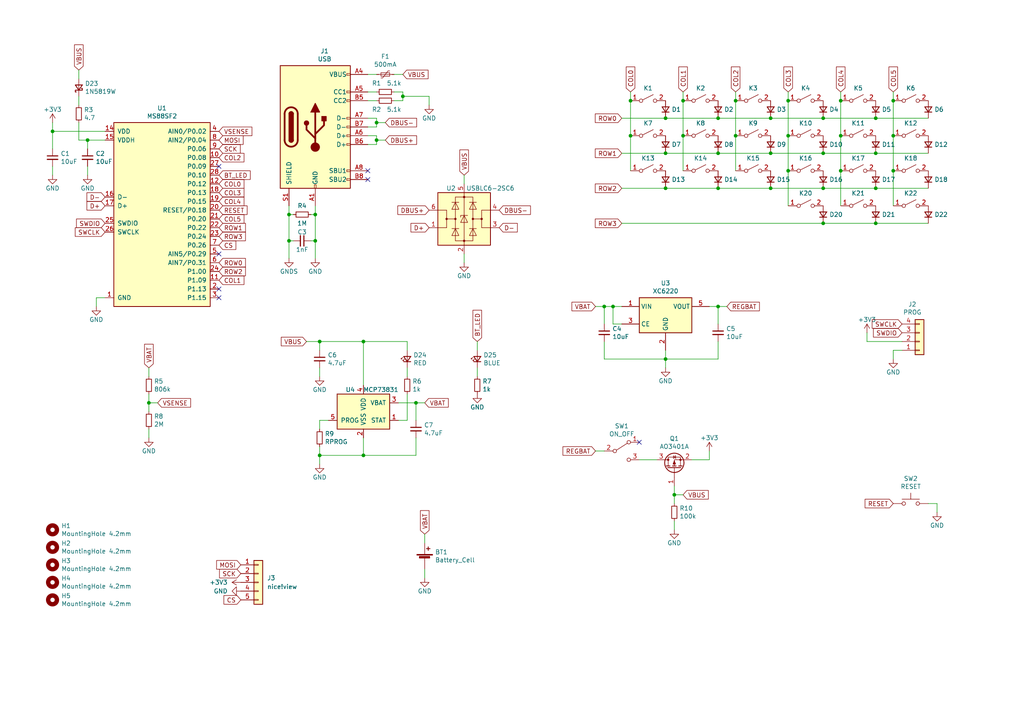
<source format=kicad_sch>
(kicad_sch (version 20211123) (generator eeschema)
  (paper "A4")
  (lib_symbols
    (symbol "Battery_Management:MCP73831-2-OT" (pin_names (offset 1.016))
      (property "Reference" "U" (at -7.62 6.35 0))
      (property "Value" "MCP73831-2-OT" (at 1.27 6.35 0))
      (symbol "MCP73831-2-OT_1_1"
        (pin output line (at 10.16 -2.54 180) (length 2.54) (name "STAT") (number "1"))
        (pin power_in line (at 0 -7.62 90) (length 2.54) (name "VSS") (number "2"))
        (pin power_out line (at 10.16 2.54 180) (length 2.54) (name "VBAT") (number "3"))
        (pin power_in line (at 0 7.62 270) (length 2.54) (name "VDD") (number "4"))
        (pin input line (at -10.16 -2.54 0) (length 2.54) (name "PROG") (number "5"))
      )
    )
    (symbol "Connector:USB_C_Receptacle_USB2.0" (pin_names (offset 1.016))
      (property "Reference" "J" (at -10.16 19.05 0))
      (property "Value" "USB_C_Receptacle_USB2.0" (at 19.05 19.05 0))
      (symbol "USB_C_Receptacle_USB2.0_1_1"
        (pin passive line (at 0 -22.86 90) (length 5.08) (name "GND") (number "A1"))
        (pin passive line (at 0 -22.86 90) (length 5.08) hide (name "GND") (number "A12"))
        (pin passive line (at 15.24 15.24 180) (length 5.08) (name "VBUS") (number "A4"))
        (pin bidirectional line (at 15.24 10.16 180) (length 5.08) (name "CC1") (number "A5"))
        (pin bidirectional line (at 15.24 -2.54 180) (length 5.08) (name "D+") (number "A6"))
        (pin bidirectional line (at 15.24 2.54 180) (length 5.08) (name "D-") (number "A7"))
        (pin bidirectional line (at 15.24 -12.7 180) (length 5.08) (name "SBU1") (number "A8"))
        (pin passive line (at 15.24 15.24 180) (length 5.08) hide (name "VBUS") (number "A9"))
        (pin passive line (at 0 -22.86 90) (length 5.08) hide (name "GND") (number "B1"))
        (pin passive line (at 0 -22.86 90) (length 5.08) hide (name "GND") (number "B12"))
        (pin passive line (at 15.24 15.24 180) (length 5.08) hide (name "VBUS") (number "B4"))
        (pin bidirectional line (at 15.24 7.62 180) (length 5.08) (name "CC2") (number "B5"))
        (pin bidirectional line (at 15.24 -5.08 180) (length 5.08) (name "D+") (number "B6"))
        (pin bidirectional line (at 15.24 0 180) (length 5.08) (name "D-") (number "B7"))
        (pin bidirectional line (at 15.24 -15.24 180) (length 5.08) (name "SBU2") (number "B8"))
        (pin passive line (at 15.24 15.24 180) (length 5.08) hide (name "VBUS") (number "B9"))
        (pin passive line (at -7.62 -22.86 90) (length 5.08) (name "SHIELD") (number "S1"))
      )
    )
    (symbol "Connector_Generic:Conn_01x04" (pin_names (offset 1.016) hide)
      (property "Reference" "J" (at 0 5.08 0))
      (property "Value" "Conn_01x04" (at 0 -7.62 0))
      (symbol "Conn_01x04_1_1"
        (pin passive line (at -5.08 2.54 0) (length 3.81) (name "Pin_1") (number "1"))
        (pin passive line (at -5.08 0 0) (length 3.81) (name "Pin_2") (number "2"))
        (pin passive line (at -5.08 -2.54 0) (length 3.81) (name "Pin_3") (number "3"))
        (pin passive line (at -5.08 -5.08 0) (length 3.81) (name "Pin_4") (number "4"))
      )
    )
    (symbol "Connector_Generic:Conn_01x05" (pin_names (offset 1.016) hide)
      (property "Reference" "J" (at 0 7.62 0))
      (property "Value" "Conn_01x05" (at 0 -7.62 0))
      (symbol "Conn_01x05_1_1"
        (pin passive line (at -5.08 5.08 0) (length 3.81) (name "Pin_1") (number "1"))
        (pin passive line (at -5.08 2.54 0) (length 3.81) (name "Pin_2") (number "2"))
        (pin passive line (at -5.08 0 0) (length 3.81) (name "Pin_3") (number "3"))
        (pin passive line (at -5.08 -2.54 0) (length 3.81) (name "Pin_4") (number "4"))
        (pin passive line (at -5.08 -5.08 0) (length 3.81) (name "Pin_5") (number "5"))
      )
    )
    (symbol "Device:Battery_Cell" (pin_numbers hide) (pin_names (offset 0) hide)
      (property "Reference" "BT" (at 2.54 2.54 0))
      (property "Value" "Battery_Cell" (at 2.54 0 0))
      (symbol "Battery_Cell_1_1"
        (pin passive line (at 0 5.08 270) (length 2.54) (name "+") (number "1"))
        (pin passive line (at 0 -2.54 90) (length 2.54) (name "-") (number "2"))
      )
    )
    (symbol "Device:C_Small" (pin_numbers hide) (pin_names (offset 0.254) hide)
      (property "Reference" "C" (at 0.254 1.778 0))
      (property "Value" "C_Small" (at 0.254 -2.032 0))
      (symbol "C_Small_1_1"
        (pin passive line (at 0 2.54 270) (length 2.032) (name "~") (number "1"))
        (pin passive line (at 0 -2.54 90) (length 2.032) (name "~") (number "2"))
      )
    )
    (symbol "Device:D_Schottky_Small" (pin_numbers hide) (pin_names (offset 0.254) hide)
      (property "Reference" "D" (at -1.27 2.032 0))
      (property "Value" "D_Schottky_Small" (at -7.112 -2.032 0))
      (symbol "D_Schottky_Small_1_1"
        (pin passive line (at -2.54 0 0) (length 1.778) (name "K") (number "1"))
        (pin passive line (at 2.54 0 180) (length 1.778) (name "A") (number "2"))
      )
    )
    (symbol "Device:D_Small" (pin_numbers hide) (pin_names (offset 0.254) hide)
      (property "Reference" "D" (at -1.27 2.032 0))
      (property "Value" "D_Small" (at -3.81 -2.032 0))
      (symbol "D_Small_1_1"
        (pin passive line (at -2.54 0 0) (length 1.778) (name "K") (number "1"))
        (pin passive line (at 2.54 0 180) (length 1.778) (name "A") (number "2"))
      )
    )
    (symbol "Device:LED_Small" (pin_numbers hide) (pin_names (offset 0.254) hide)
      (property "Reference" "D" (at -1.27 3.175 0))
      (property "Value" "LED_Small" (at -4.445 -2.54 0))
      (symbol "LED_Small_1_1"
        (pin passive line (at -2.54 0 0) (length 1.778) (name "K") (number "1"))
        (pin passive line (at 2.54 0 180) (length 1.778) (name "A") (number "2"))
      )
    )
    (symbol "Device:Polyfuse_Small" (pin_numbers hide) (pin_names (offset 0))
      (property "Reference" "F" (at -1.905 0 90))
      (property "Value" "Polyfuse_Small" (at 1.905 0 90))
      (symbol "Polyfuse_Small_1_1"
        (pin passive line (at 0 2.54 270) (length 0.635) (name "~") (number "1"))
        (pin passive line (at 0 -2.54 90) (length 0.635) (name "~") (number "2"))
      )
    )
    (symbol "Device:R_Small" (pin_numbers hide) (pin_names (offset 0.254) hide)
      (property "Reference" "R" (at 0.762 0.508 0))
      (property "Value" "R_Small" (at 0.762 -1.016 0))
      (symbol "R_Small_1_1"
        (pin passive line (at 0 2.54 270) (length 0.762) (name "~") (number "1"))
        (pin passive line (at 0 -2.54 90) (length 0.762) (name "~") (number "2"))
      )
    )
    (symbol "Mechanical:MountingHole" (pin_names (offset 1.016))
      (property "Reference" "H" (at 0 5.08 0))
      (property "Value" "MountingHole" (at 0 3.175 0))
    )
    (symbol "Power_Protection:USBLC6-2SC6" (pin_names hide)
      (property "Reference" "U" (at 2.54 8.89 0))
      (property "Value" "USBLC6-2SC6" (at 2.54 -8.89 0))
      (symbol "USBLC6-2SC6_1_1"
        (pin passive line (at -10.16 -2.54 0) (length 2.54) (name "I/O1") (number "1"))
        (pin passive line (at 0 -10.16 90) (length 2.54) (name "GND") (number "2"))
        (pin passive line (at 10.16 -2.54 180) (length 2.54) (name "I/O2") (number "3"))
        (pin passive line (at 10.16 2.54 180) (length 2.54) (name "I/O2") (number "4"))
        (pin passive line (at 0 10.16 270) (length 2.54) (name "VBUS") (number "5"))
        (pin passive line (at -10.16 2.54 0) (length 2.54) (name "I/O1") (number "6"))
      )
    )
    (symbol "Regulator_Linear:XC6220B331MR"
      (property "Reference" "U" (at 0 8.89 0))
      (property "Value" "XC6220B331MR" (at 0 6.35 0))
      (symbol "XC6220B331MR_1_1"
        (pin power_in line (at -12.7 2.54 0) (length 5.08) (name "VIN") (number "1"))
        (pin power_in line (at 0 -10.16 90) (length 5.08) (name "GND") (number "2"))
        (pin input line (at -12.7 -2.54 0) (length 5.08) (name "CE") (number "3"))
        (pin no_connect line (at 12.7 -2.54 180) (length 5.08) hide (name "NC") (number "4"))
        (pin power_out line (at 12.7 2.54 180) (length 5.08) (name "VOUT") (number "5"))
      )
    )
    (symbol "Switch:SW_Push" (pin_numbers hide) (pin_names (offset 1.016) hide)
      (property "Reference" "SW" (at 1.27 2.54 0))
      (property "Value" "SW_Push" (at 0 -1.524 0))
      (symbol "SW_Push_0_1"
        (pin passive line (at -5.08 0 0) (length 2.54) (name "1") (number "1"))
        (pin passive line (at 5.08 0 180) (length 2.54) (name "2") (number "2"))
      )
    )
    (symbol "Switch:SW_SPDT" (pin_names (offset 0) hide)
      (property "Reference" "SW" (at 0 4.318 0))
      (property "Value" "SW_SPDT" (at 0 -5.08 0))
      (symbol "SW_SPDT_1_1"
        (pin passive line (at 5.08 2.54 180) (length 2.54) (name "A") (number "1"))
        (pin passive line (at -5.08 0 0) (length 2.54) (name "B") (number "2"))
        (pin passive line (at 5.08 -2.54 180) (length 2.54) (name "C") (number "3"))
      )
    )
    (symbol "Transistor_FET:AO3401A" (pin_names hide)
      (property "Reference" "Q" (at 5.08 1.905 0))
      (property "Value" "AO3401A" (at 5.08 0 0))
      (symbol "AO3401A_1_1"
        (pin input line (at -5.08 0 0) (length 2.54) (name "G") (number "1"))
        (pin passive line (at 2.54 -5.08 90) (length 2.54) (name "S") (number "2"))
        (pin passive line (at 2.54 5.08 270) (length 2.54) (name "D") (number "3"))
      )
    )
    (symbol "dao-choc-ble:KEY_SWITCH" (pin_names (offset 0) hide)
      (property "Reference" "K" (at 0 3.175 0))
      (symbol "KEY_SWITCH_1_1"
        (pin passive line (at -5.08 0 0) (length 2.54) (name "A") (number "1"))
        (pin passive line (at 5.08 0 180) (length 2.54) (name "B") (number "2"))
      )
    )
    (symbol "dao-choc-ble:MS88SF2" (pin_names (offset 1.016))
      (property "Reference" "U" (at 0 27.94 0))
      (property "Value" "MS88SF2" (at 0 -27.94 0))
      (symbol "MS88SF2_0_0"
        (pin bidirectional line (at -16.51 -24.13 0) (length 2.54) (name "GND") (number "1"))
        (pin bidirectional line (at 16.51 16.51 180) (length 2.54) (name "P0.08") (number "10"))
        (pin bidirectional line (at 16.51 -19.05 180) (length 2.54) (name "P1.09") (number "11"))
        (pin bidirectional line (at 16.51 8.89 180) (length 2.54) (name "P0.12") (number "12"))
        (pin bidirectional line (at -16.51 -24.13 0) (length 2.54) hide (name "GND") (number "13"))
        (pin bidirectional line (at -16.51 24.13 0) (length 2.54) (name "VDD") (number "14"))
        (pin bidirectional line (at -16.51 21.59 0) (length 2.54) (name "VDDH") (number "15"))
        (pin bidirectional line (at -16.51 5.08 0) (length 2.54) (name "D-") (number "16"))
        (pin bidirectional line (at -16.51 2.54 0) (length 2.54) (name "D+") (number "17"))
        (pin bidirectional line (at 16.51 6.35 180) (length 2.54) (name "P0.13") (number "18"))
        (pin bidirectional line (at 16.51 3.81 180) (length 2.54) (name "P0.15") (number "19"))
        (pin bidirectional line (at 16.51 -21.59 180) (length 2.54) (name "P1.13") (number "2"))
        (pin bidirectional line (at 16.51 1.27 180) (length 2.54) (name "RESET/P0.18") (number "20"))
        (pin bidirectional line (at 16.51 -1.27 180) (length 2.54) (name "P0.20") (number "21"))
        (pin bidirectional line (at 16.51 -3.81 180) (length 2.54) (name "P0.22") (number "22"))
        (pin bidirectional line (at 16.51 -6.35 180) (length 2.54) (name "P0.24") (number "23"))
        (pin bidirectional line (at 16.51 -16.51 180) (length 2.54) (name "P1.00") (number "24"))
        (pin bidirectional line (at -16.51 -2.54 0) (length 2.54) (name "SWDIO") (number "25"))
        (pin bidirectional line (at -16.51 -5.08 0) (length 2.54) (name "SWCLK") (number "26"))
        (pin bidirectional line (at 16.51 13.97 180) (length 2.54) (name "P0.09") (number "27"))
        (pin bidirectional line (at 16.51 11.43 180) (length 2.54) (name "P0.10") (number "28"))
        (pin bidirectional line (at 16.51 -24.13 180) (length 2.54) (name "P1.15") (number "3"))
        (pin bidirectional line (at 16.51 24.13 180) (length 2.54) (name "AIN0/P0.02") (number "4"))
        (pin bidirectional line (at 16.51 -11.43 180) (length 2.54) (name "AIN5/P0.29") (number "5"))
        (pin bidirectional line (at 16.51 -13.97 180) (length 2.54) (name "AIN7/P0.31") (number "6"))
        (pin bidirectional line (at 16.51 -8.89 180) (length 2.54) (name "P0.26") (number "7"))
        (pin bidirectional line (at 16.51 21.59 180) (length 2.54) (name "AIN2/P0.04") (number "8"))
        (pin bidirectional line (at 16.51 19.05 180) (length 2.54) (name "P0.06") (number "9"))
      )
    )
    (symbol "power:+3V3" (power) (pin_names (offset 0))
      (property "Value" "+3V3" (at 0 3.556 0))
      (symbol "+3V3_1_1"
        (pin power_in line (at 0 0 90) (length 0) hide (name "+3V3") (number "1"))
      )
    )
    (symbol "power:GND" (power) (pin_names (offset 0))
      (property "Value" "GND" (at 0 -3.81 0))
      (symbol "GND_1_1"
        (pin power_in line (at 0 0 270) (length 0) hide (name "GND") (number "1"))
      )
    )
    (symbol "power:GNDS" (power) (pin_names (offset 0))
      (property "Value" "GNDS" (at 0 -3.81 0))
      (symbol "GNDS_1_1"
        (pin power_in line (at 0 0 270) (length 0) hide (name "GNDS") (number "1"))
      )
    )
  )
  (junction (at 208.28 44.45))
  (junction (at 91.44 62.23))
  (junction (at 193.04 34.29))
  (junction (at 243.84 49.53))
  (junction (at 238.76 44.45))
  (junction (at 223.52 54.61))
  (junction (at 193.04 104.14))
  (junction (at 177.8 88.9))
  (junction (at 83.82 62.23))
  (junction (at 105.41 132.08))
  (junction (at 238.76 64.77))
  (junction (at 198.12 29.21))
  (junction (at 193.04 44.45))
  (junction (at 25.4 40.64))
  (junction (at 223.52 34.29))
  (junction (at 254 64.77))
  (junction (at 254 34.29))
  (junction (at 120.65 116.84))
  (junction (at 182.88 39.37))
  (junction (at 15.24 38.1))
  (junction (at 109.22 40.64))
  (junction (at 92.71 99.06))
  (junction (at 228.6 39.37))
  (junction (at 243.84 39.37))
  (junction (at 208.28 88.9))
  (junction (at 175.26 88.9))
  (junction (at 193.04 54.61))
  (junction (at 259.08 29.21))
  (junction (at 182.88 29.21))
  (junction (at 213.36 29.21))
  (junction (at 238.76 34.29))
  (junction (at 208.28 54.61))
  (junction (at 198.12 39.37))
  (junction (at 238.76 54.61))
  (junction (at 254 54.61))
  (junction (at 43.18 116.84))
  (junction (at 195.58 143.51))
  (junction (at 213.36 39.37))
  (junction (at 223.52 44.45))
  (junction (at 83.82 69.85))
  (junction (at 92.71 132.08))
  (junction (at 243.84 29.21))
  (junction (at 208.28 34.29))
  (junction (at 228.6 29.21))
  (junction (at 91.44 69.85))
  (junction (at 259.08 49.53))
  (junction (at 105.41 99.06))
  (junction (at 228.6 49.53))
  (junction (at 116.84 27.94))
  (junction (at 254 44.45))
  (junction (at 109.22 35.56))
  (junction (at 259.08 39.37))
  (no_connect (at 63.5 73.66))
  (no_connect (at 106.68 52.07))
  (no_connect (at 106.68 49.53))
  (no_connect (at 63.5 83.82))
  (no_connect (at 63.5 86.36))
  (no_connect (at 185.42 128.27))
  (no_connect (at 63.5 48.26))
  (wire (pts (xy 238.76 44.45) (xy 223.52 44.45)))
  (wire (pts (xy 120.65 116.84) (xy 120.65 121.92)))
  (wire (pts (xy 15.24 35.56) (xy 15.24 38.1)))
  (wire (pts (xy 238.76 54.61) (xy 223.52 54.61)))
  (wire (pts (xy 193.04 104.14) (xy 175.26 104.14)))
  (wire (pts (xy 243.84 39.37) (xy 243.84 29.21)))
  (wire (pts (xy 106.68 21.59) (xy 109.22 21.59)))
  (wire (pts (xy 106.68 34.29) (xy 109.22 34.29)))
  (wire (pts (xy 175.26 104.14) (xy 175.26 99.06)))
  (wire (pts (xy 193.04 101.6) (xy 193.04 104.14)))
  (wire (pts (xy 251.46 99.06) (xy 261.62 99.06)))
  (wire (pts (xy 91.44 62.23) (xy 91.44 69.85)))
  (wire (pts (xy 259.08 101.6) (xy 259.08 104.14)))
  (wire (pts (xy 243.84 49.53) (xy 243.84 39.37)))
  (wire (pts (xy 182.88 39.37) (xy 182.88 29.21)))
  (wire (pts (xy 259.08 29.21) (xy 259.08 26.67)))
  (wire (pts (xy 105.41 132.08) (xy 120.65 132.08)))
  (wire (pts (xy 205.74 133.35) (xy 205.74 130.81)))
  (wire (pts (xy 182.88 29.21) (xy 182.88 26.67)))
  (wire (pts (xy 269.24 64.77) (xy 254 64.77)))
  (wire (pts (xy 228.6 59.69) (xy 228.6 49.53)))
  (wire (pts (xy 15.24 38.1) (xy 15.24 43.18)))
  (wire (pts (xy 114.3 26.67) (xy 116.84 26.67)))
  (wire (pts (xy 105.41 132.08) (xy 92.71 132.08)))
  (wire (pts (xy 180.34 64.77) (xy 238.76 64.77)))
  (wire (pts (xy 213.36 39.37) (xy 213.36 29.21)))
  (wire (pts (xy 114.3 21.59) (xy 116.84 21.59)))
  (wire (pts (xy 261.62 101.6) (xy 259.08 101.6)))
  (wire (pts (xy 106.68 36.83) (xy 109.22 36.83)))
  (wire (pts (xy 134.62 73.66) (xy 134.62 76.2)))
  (wire (pts (xy 83.82 69.85) (xy 83.82 74.93)))
  (wire (pts (xy 25.4 40.64) (xy 25.4 43.18)))
  (wire (pts (xy 91.44 62.23) (xy 90.17 62.23)))
  (wire (pts (xy 254 34.29) (xy 238.76 34.29)))
  (wire (pts (xy 22.86 30.48) (xy 22.86 27.94)))
  (wire (pts (xy 223.52 34.29) (xy 208.28 34.29)))
  (wire (pts (xy 177.8 93.98) (xy 177.8 88.9)))
  (wire (pts (xy 259.08 59.69) (xy 259.08 49.53)))
  (wire (pts (xy 109.22 40.64) (xy 109.22 41.91)))
  (wire (pts (xy 120.65 116.84) (xy 123.19 116.84)))
  (wire (pts (xy 185.42 133.35) (xy 190.5 133.35)))
  (wire (pts (xy 91.44 59.69) (xy 91.44 62.23)))
  (wire (pts (xy 182.88 49.53) (xy 182.88 39.37)))
  (wire (pts (xy 228.6 39.37) (xy 228.6 29.21)))
  (wire (pts (xy 105.41 99.06) (xy 105.41 111.76)))
  (wire (pts (xy 208.28 44.45) (xy 193.04 44.45)))
  (wire (pts (xy 109.22 36.83) (xy 109.22 35.56)))
  (wire (pts (xy 271.78 146.05) (xy 271.78 148.59)))
  (wire (pts (xy 114.3 29.21) (xy 116.84 29.21)))
  (wire (pts (xy 116.84 27.94) (xy 116.84 29.21)))
  (wire (pts (xy 83.82 62.23) (xy 83.82 69.85)))
  (wire (pts (xy 106.68 26.67) (xy 109.22 26.67)))
  (wire (pts (xy 118.11 121.92) (xy 118.11 114.3)))
  (wire (pts (xy 208.28 54.61) (xy 193.04 54.61)))
  (wire (pts (xy 243.84 29.21) (xy 243.84 26.67)))
  (wire (pts (xy 43.18 119.38) (xy 43.18 116.84)))
  (wire (pts (xy 193.04 54.61) (xy 180.34 54.61)))
  (wire (pts (xy 138.43 106.68) (xy 138.43 109.22)))
  (wire (pts (xy 254 54.61) (xy 238.76 54.61)))
  (wire (pts (xy 208.28 88.9) (xy 208.28 93.98)))
  (wire (pts (xy 208.28 99.06) (xy 208.28 104.14)))
  (wire (pts (xy 175.26 88.9) (xy 175.26 93.98)))
  (wire (pts (xy 83.82 62.23) (xy 85.09 62.23)))
  (wire (pts (xy 116.84 27.94) (xy 124.46 27.94)))
  (wire (pts (xy 175.26 88.9) (xy 172.72 88.9)))
  (wire (pts (xy 30.48 38.1) (xy 15.24 38.1)))
  (wire (pts (xy 92.71 129.54) (xy 92.71 132.08)))
  (wire (pts (xy 45.72 116.84) (xy 43.18 116.84)))
  (wire (pts (xy 269.24 44.45) (xy 254 44.45)))
  (wire (pts (xy 198.12 49.53) (xy 198.12 39.37)))
  (wire (pts (xy 193.04 44.45) (xy 180.34 44.45)))
  (wire (pts (xy 193.04 34.29) (xy 180.34 34.29)))
  (wire (pts (xy 92.71 106.68) (xy 92.71 109.22)))
  (wire (pts (xy 259.08 39.37) (xy 259.08 29.21)))
  (wire (pts (xy 238.76 34.29) (xy 223.52 34.29)))
  (wire (pts (xy 88.9 99.06) (xy 92.71 99.06)))
  (wire (pts (xy 109.22 39.37) (xy 109.22 40.64)))
  (wire (pts (xy 254 64.77) (xy 238.76 64.77)))
  (wire (pts (xy 83.82 59.69) (xy 83.82 62.23)))
  (wire (pts (xy 223.52 54.61) (xy 208.28 54.61)))
  (wire (pts (xy 208.28 88.9) (xy 210.82 88.9)))
  (wire (pts (xy 195.58 140.97) (xy 195.58 143.51)))
  (wire (pts (xy 269.24 34.29) (xy 254 34.29)))
  (wire (pts (xy 43.18 109.22) (xy 43.18 106.68)))
  (wire (pts (xy 269.24 146.05) (xy 271.78 146.05)))
  (wire (pts (xy 254 44.45) (xy 238.76 44.45)))
  (wire (pts (xy 106.68 39.37) (xy 109.22 39.37)))
  (wire (pts (xy 105.41 127) (xy 105.41 132.08)))
  (wire (pts (xy 123.19 154.94) (xy 123.19 157.48)))
  (wire (pts (xy 243.84 59.69) (xy 243.84 49.53)))
  (wire (pts (xy 116.84 26.67) (xy 116.84 27.94)))
  (wire (pts (xy 115.57 121.92) (xy 118.11 121.92)))
  (wire (pts (xy 92.71 99.06) (xy 105.41 99.06)))
  (wire (pts (xy 251.46 99.06) (xy 251.46 96.52)))
  (wire (pts (xy 43.18 116.84) (xy 43.18 114.3)))
  (wire (pts (xy 195.58 143.51) (xy 195.58 146.05)))
  (wire (pts (xy 134.62 53.34) (xy 134.62 50.8)))
  (wire (pts (xy 91.44 69.85) (xy 90.17 69.85)))
  (wire (pts (xy 109.22 41.91) (xy 106.68 41.91)))
  (wire (pts (xy 95.25 121.92) (xy 92.71 121.92)))
  (wire (pts (xy 138.43 101.6) (xy 138.43 99.06)))
  (wire (pts (xy 118.11 99.06) (xy 105.41 99.06)))
  (wire (pts (xy 180.34 88.9) (xy 177.8 88.9)))
  (wire (pts (xy 208.28 34.29) (xy 193.04 34.29)))
  (wire (pts (xy 269.24 54.61) (xy 254 54.61)))
  (wire (pts (xy 118.11 101.6) (xy 118.11 99.06)))
  (wire (pts (xy 120.65 127) (xy 120.65 132.08)))
  (wire (pts (xy 109.22 35.56) (xy 109.22 34.29)))
  (wire (pts (xy 109.22 40.64) (xy 111.76 40.64)))
  (wire (pts (xy 228.6 29.21) (xy 228.6 26.67)))
  (wire (pts (xy 259.08 49.53) (xy 259.08 39.37)))
  (wire (pts (xy 213.36 29.21) (xy 213.36 26.67)))
  (wire (pts (xy 200.66 133.35) (xy 205.74 133.35)))
  (wire (pts (xy 228.6 49.53) (xy 228.6 39.37)))
  (wire (pts (xy 172.72 130.81) (xy 175.26 130.81)))
  (wire (pts (xy 92.71 121.92) (xy 92.71 124.46)))
  (wire (pts (xy 25.4 48.26) (xy 25.4 50.8)))
  (wire (pts (xy 27.94 86.36) (xy 27.94 88.9)))
  (wire (pts (xy 15.24 48.26) (xy 15.24 50.8)))
  (wire (pts (xy 91.44 69.85) (xy 91.44 74.93)))
  (wire (pts (xy 123.19 165.1) (xy 123.19 167.64)))
  (wire (pts (xy 208.28 104.14) (xy 193.04 104.14)))
  (wire (pts (xy 213.36 49.53) (xy 213.36 39.37)))
  (wire (pts (xy 43.18 124.46) (xy 43.18 127)))
  (wire (pts (xy 193.04 104.14) (xy 193.04 106.68)))
  (wire (pts (xy 198.12 29.21) (xy 198.12 26.67)))
  (wire (pts (xy 92.71 101.6) (xy 92.71 99.06)))
  (wire (pts (xy 25.4 40.64) (xy 22.86 40.64)))
  (wire (pts (xy 118.11 109.22) (xy 118.11 106.68)))
  (wire (pts (xy 198.12 39.37) (xy 198.12 29.21)))
  (wire (pts (xy 195.58 151.13) (xy 195.58 153.67)))
  (wire (pts (xy 124.46 27.94) (xy 124.46 30.48)))
  (wire (pts (xy 205.74 88.9) (xy 208.28 88.9)))
  (wire (pts (xy 25.4 40.64) (xy 30.48 40.64)))
  (wire (pts (xy 106.68 29.21) (xy 109.22 29.21)))
  (wire (pts (xy 22.86 35.56) (xy 22.86 40.64)))
  (wire (pts (xy 109.22 35.56) (xy 111.76 35.56)))
  (wire (pts (xy 223.52 44.45) (xy 208.28 44.45)))
  (wire (pts (xy 175.26 88.9) (xy 177.8 88.9)))
  (wire (pts (xy 22.86 22.86) (xy 22.86 20.32)))
  (wire (pts (xy 180.34 93.98) (xy 177.8 93.98)))
  (wire (pts (xy 30.48 86.36) (xy 27.94 86.36)))
  (wire (pts (xy 195.58 143.51) (xy 198.12 143.51)))
  (wire (pts (xy 115.57 116.84) (xy 120.65 116.84)))
  (wire (pts (xy 83.82 69.85) (xy 85.09 69.85)))
  (wire (pts (xy 92.71 134.62) (xy 92.71 132.08)))
  (global_label "D+" (shape input) (at 124.46 66.04 180) (property "Intersheet References" "${INTERSHEET_REFS}" (effects hide)))
  (global_label "COL0" (shape input) (at 182.88 26.67 90) (property "Intersheet References" "${INTERSHEET_REFS}" (effects hide)))
  (global_label "VBUS" (shape input) (at 88.9 99.06 180) (property "Intersheet References" "${INTERSHEET_REFS}" (effects hide)))
  (global_label "SWDIO" (shape input) (at 261.62 96.52 180) (property "Intersheet References" "${INTERSHEET_REFS}" (effects hide)))
  (global_label "VBAT" (shape input) (at 123.19 154.94 90) (property "Intersheet References" "${INTERSHEET_REFS}" (effects hide)))
  (global_label "COL3" (shape input) (at 228.6 26.67 90) (property "Intersheet References" "${INTERSHEET_REFS}" (effects hide)))
  (global_label "D-" (shape input) (at 144.78 66.04 0) (property "Intersheet References" "${INTERSHEET_REFS}" (effects hide)))
  (global_label "VBUS" (shape input) (at 22.86 20.32 90) (property "Intersheet References" "${INTERSHEET_REFS}" (effects hide)))
  (global_label "VBUS" (shape input) (at 198.12 143.51 0) (property "Intersheet References" "${INTERSHEET_REFS}" (effects hide)))
  (global_label "SWCLK" (shape input) (at 261.62 93.98 180) (property "Intersheet References" "${INTERSHEET_REFS}" (effects hide)))
  (global_label "SCK" (shape input) (at 69.85 166.37 180) (property "Intersheet References" "${INTERSHEET_REFS}" (effects hide)))
  (global_label "RESET" (shape input) (at 259.08 146.05 180) (property "Intersheet References" "${INTERSHEET_REFS}" (effects hide)))
  (global_label "DBUS-" (shape input) (at 144.78 60.96 0) (property "Intersheet References" "${INTERSHEET_REFS}" (effects hide)))
  (global_label "REGBAT" (shape input) (at 210.82 88.9 0) (property "Intersheet References" "${INTERSHEET_REFS}" (effects hide)))
  (global_label "COL4" (shape input) (at 243.84 26.67 90) (property "Intersheet References" "${INTERSHEET_REFS}" (effects hide)))
  (global_label "BT_LED" (shape input) (at 138.43 99.06 90) (property "Intersheet References" "${INTERSHEET_REFS}" (effects hide)))
  (global_label "ROW0" (shape input) (at 180.34 34.29 180) (property "Intersheet References" "${INTERSHEET_REFS}" (effects hide)))
  (global_label "ROW2" (shape input) (at 180.34 54.61 180) (property "Intersheet References" "${INTERSHEET_REFS}" (effects hide)))
  (global_label "ROW3" (shape input) (at 180.34 64.77 180) (property "Intersheet References" "${INTERSHEET_REFS}" (effects hide)))
  (global_label "COL5" (shape input) (at 259.08 26.67 90) (property "Intersheet References" "${INTERSHEET_REFS}" (effects hide)))
  (global_label "MOSI" (shape input) (at 69.85 163.83 180) (property "Intersheet References" "${INTERSHEET_REFS}" (effects hide)))
  (global_label "COL2" (shape input) (at 63.5 45.72 0) (property "Intersheet References" "${INTERSHEET_REFS}" (effects hide)))
  (global_label "COL5" (shape input) (at 63.5 63.5 0) (property "Intersheet References" "${INTERSHEET_REFS}" (effects hide)))
  (global_label "VBAT" (shape input) (at 172.72 88.9 180) (property "Intersheet References" "${INTERSHEET_REFS}" (effects hide)))
  (global_label "D+" (shape input) (at 30.48 59.69 180) (property "Intersheet References" "${INTERSHEET_REFS}" (effects hide)))
  (global_label "VSENSE" (shape input) (at 45.72 116.84 0) (property "Intersheet References" "${INTERSHEET_REFS}" (effects hide)))
  (global_label "DBUS-" (shape input) (at 111.76 35.56 0) (property "Intersheet References" "${INTERSHEET_REFS}" (effects hide)))
  (global_label "VSENSE" (shape input) (at 63.5 38.1 0) (property "Intersheet References" "${INTERSHEET_REFS}" (effects hide)))
  (global_label "REGBAT" (shape input) (at 172.72 130.81 180) (property "Intersheet References" "${INTERSHEET_REFS}" (effects hide)))
  (global_label "ROW3" (shape input) (at 63.5 68.58 0) (property "Intersheet References" "${INTERSHEET_REFS}" (effects hide)))
  (global_label "ROW1" (shape input) (at 180.34 44.45 180) (property "Intersheet References" "${INTERSHEET_REFS}" (effects hide)))
  (global_label "ROW0" (shape input) (at 63.5 76.2 0) (property "Intersheet References" "${INTERSHEET_REFS}" (effects hide)))
  (global_label "ROW2" (shape input) (at 63.5 78.74 0) (property "Intersheet References" "${INTERSHEET_REFS}" (effects hide)))
  (global_label "VBAT" (shape input) (at 43.18 106.68 90) (property "Intersheet References" "${INTERSHEET_REFS}" (effects hide)))
  (global_label "BT_LED" (shape input) (at 63.5 50.8 0) (property "Intersheet References" "${INTERSHEET_REFS}" (effects hide)))
  (global_label "MOSI" (shape input) (at 63.5 40.64 0) (property "Intersheet References" "${INTERSHEET_REFS}" (effects hide)))
  (global_label "COL3" (shape input) (at 63.5 55.88 0) (property "Intersheet References" "${INTERSHEET_REFS}" (effects hide)))
  (global_label "VBUS" (shape input) (at 116.84 21.59 0) (property "Intersheet References" "${INTERSHEET_REFS}" (effects hide)))
  (global_label "COL2" (shape input) (at 213.36 26.67 90) (property "Intersheet References" "${INTERSHEET_REFS}" (effects hide)))
  (global_label "DBUS+" (shape input) (at 124.46 60.96 180) (property "Intersheet References" "${INTERSHEET_REFS}" (effects hide)))
  (global_label "CS" (shape input) (at 69.85 173.99 180) (property "Intersheet References" "${INTERSHEET_REFS}" (effects hide)))
  (global_label "COL0" (shape input) (at 63.5 53.34 0) (property "Intersheet References" "${INTERSHEET_REFS}" (effects hide)))
  (global_label "DBUS+" (shape input) (at 111.76 40.64 0) (property "Intersheet References" "${INTERSHEET_REFS}" (effects hide)))
  (global_label "COL1" (shape input) (at 63.5 81.28 0) (property "Intersheet References" "${INTERSHEET_REFS}" (effects hide)))
  (global_label "D-" (shape input) (at 30.48 57.15 180) (property "Intersheet References" "${INTERSHEET_REFS}" (effects hide)))
  (global_label "SCK" (shape input) (at 63.5 43.18 0) (property "Intersheet References" "${INTERSHEET_REFS}" (effects hide)))
  (global_label "CS" (shape input) (at 63.5 71.12 0) (property "Intersheet References" "${INTERSHEET_REFS}" (effects hide)))
  (global_label "VBAT" (shape input) (at 123.19 116.84 0) (property "Intersheet References" "${INTERSHEET_REFS}" (effects hide)))
  (global_label "VBUS" (shape input) (at 134.62 50.8 90) (property "Intersheet References" "${INTERSHEET_REFS}" (effects hide)))
  (global_label "COL1" (shape input) (at 198.12 26.67 90) (property "Intersheet References" "${INTERSHEET_REFS}" (effects hide)))
  (global_label "SWCLK" (shape input) (at 30.48 67.31 180) (property "Intersheet References" "${INTERSHEET_REFS}" (effects hide)))
  (global_label "SWDIO" (shape input) (at 30.48 64.77 180) (property "Intersheet References" "${INTERSHEET_REFS}" (effects hide)))
  (global_label "RESET" (shape input) (at 63.5 60.96 0) (property "Intersheet References" "${INTERSHEET_REFS}" (effects hide)))
  (global_label "ROW1" (shape input) (at 63.5 66.04 0) (property "Intersheet References" "${INTERSHEET_REFS}" (effects hide)))
  (global_label "COL4" (shape input) (at 63.5 58.42 0) (property "Intersheet References" "${INTERSHEET_REFS}" (effects hide)))
  (symbol (lib_id "dao-choc-ble:MS88SF2") (at 46.99 62.23 0) (unit 1)
    (property "Reference" "U1" (at 46.99 31.369 0))
    (property "Value" "MS88SF2" (at 46.99 33.6804 0))
    (property "Footprint" "dao-choc-ble:MINEW_MS88SF2" (effects hide))
  )
  (symbol (lib_id "dao-choc-ble:KEY_SWITCH") (at 187.96 29.21 0) (unit 1)
    (property "Reference" "K1" (at 187.96 25.5778 0))
    (property "Value" "KEY_SWITCH" (effects hide))
    (property "Footprint" "dao-choc-ble:Kailh_PG1350_hotswap" (effects hide))
  )
  (symbol (lib_id "Device:D_Small") (at 193.04 31.75 90) (unit 1)
    (property "Reference" "D1" (at 194.818 31.75 90) (effects (justify right)))
    (property "Value" "1N4148WS" (effects hide))
    (property "Footprint" "dao-choc-ble:D_SOD-323" (effects hide))
    (property "LCSC" "C57759" (effects hide))
  )
  (symbol (lib_id "dao-choc-ble:KEY_SWITCH") (at 203.2 29.21 0) (unit 1)
    (property "Reference" "K2" (at 203.2 25.5778 0))
    (property "Value" "KEY_SWITCH" (effects hide))
    (property "Footprint" "dao-choc-ble:Kailh_PG1350_hotswap" (effects hide))
  )
  (symbol (lib_id "Device:D_Small") (at 208.28 31.75 90) (unit 1)
    (property "Reference" "D2" (at 210.058 31.75 90) (effects (justify right)))
    (property "Value" "1N4148WS" (effects hide))
    (property "Footprint" "dao-choc-ble:D_SOD-323" (effects hide))
    (property "LCSC" "C57759" (effects hide))
  )
  (symbol (lib_id "dao-choc-ble:KEY_SWITCH") (at 218.44 29.21 0) (unit 1)
    (property "Reference" "K3" (at 218.44 25.5778 0))
    (property "Value" "KEY_SWITCH" (effects hide))
    (property "Footprint" "dao-choc-ble:Kailh_PG1350_hotswap" (effects hide))
  )
  (symbol (lib_id "Device:D_Small") (at 223.52 31.75 90) (unit 1)
    (property "Reference" "D3" (at 225.298 31.75 90) (effects (justify right)))
    (property "Value" "1N4148WS" (effects hide))
    (property "Footprint" "dao-choc-ble:D_SOD-323" (effects hide))
    (property "LCSC" "C57759" (effects hide))
  )
  (symbol (lib_id "dao-choc-ble:KEY_SWITCH") (at 233.68 29.21 0) (unit 1)
    (property "Reference" "K4" (at 233.68 25.5778 0))
    (property "Value" "KEY_SWITCH" (effects hide))
    (property "Footprint" "dao-choc-ble:Kailh_PG1350_hotswap" (effects hide))
  )
  (symbol (lib_id "Device:D_Small") (at 238.76 31.75 90) (unit 1)
    (property "Reference" "D4" (at 240.538 31.75 90) (effects (justify right)))
    (property "Value" "1N4148WS" (effects hide))
    (property "Footprint" "dao-choc-ble:D_SOD-323" (effects hide))
    (property "LCSC" "C57759" (effects hide))
  )
  (symbol (lib_id "dao-choc-ble:KEY_SWITCH") (at 248.92 29.21 0) (unit 1)
    (property "Reference" "K5" (at 248.92 25.5778 0))
    (property "Value" "KEY_SWITCH" (effects hide))
    (property "Footprint" "dao-choc-ble:Kailh_PG1350_hotswap" (effects hide))
  )
  (symbol (lib_id "Device:D_Small") (at 254 31.75 90) (unit 1)
    (property "Reference" "D5" (at 255.778 31.75 90) (effects (justify right)))
    (property "Value" "1N4148WS" (effects hide))
    (property "Footprint" "dao-choc-ble:D_SOD-323" (effects hide))
    (property "LCSC" "C57759" (effects hide))
  )
  (symbol (lib_id "dao-choc-ble:KEY_SWITCH") (at 264.16 29.21 0) (unit 1)
    (property "Reference" "K6" (at 264.16 25.5778 0))
    (property "Value" "KEY_SWITCH" (effects hide))
    (property "Footprint" "dao-choc-ble:Kailh_PG1350_hotswap" (effects hide))
  )
  (symbol (lib_id "Device:D_Small") (at 269.24 31.75 90) (unit 1)
    (property "Reference" "D6" (at 271.018 31.75 90) (effects (justify right)))
    (property "Value" "1N4148WS" (effects hide))
    (property "Footprint" "dao-choc-ble:D_SOD-323" (effects hide))
    (property "LCSC" "C57759" (effects hide))
  )
  (symbol (lib_id "dao-choc-ble:KEY_SWITCH") (at 187.96 39.37 0) (unit 1)
    (property "Reference" "K7" (at 187.96 35.7378 0))
    (property "Value" "KEY_SWITCH" (effects hide))
    (property "Footprint" "dao-choc-ble:Kailh_PG1350_hotswap" (effects hide))
  )
  (symbol (lib_id "Device:D_Small") (at 193.04 41.91 90) (unit 1)
    (property "Reference" "D7" (at 194.818 41.91 90) (effects (justify right)))
    (property "Value" "1N4148WS" (effects hide))
    (property "Footprint" "dao-choc-ble:D_SOD-323" (effects hide))
    (property "LCSC" "C57759" (effects hide))
  )
  (symbol (lib_id "dao-choc-ble:KEY_SWITCH") (at 203.2 39.37 0) (unit 1)
    (property "Reference" "K8" (at 203.2 35.7378 0))
    (property "Value" "KEY_SWITCH" (effects hide))
    (property "Footprint" "dao-choc-ble:Kailh_PG1350_hotswap" (effects hide))
  )
  (symbol (lib_id "Device:D_Small") (at 208.28 41.91 90) (unit 1)
    (property "Reference" "D8" (at 210.058 41.91 90) (effects (justify right)))
    (property "Value" "1N4148WS" (effects hide))
    (property "Footprint" "dao-choc-ble:D_SOD-323" (effects hide))
    (property "LCSC" "C57759" (effects hide))
  )
  (symbol (lib_id "dao-choc-ble:KEY_SWITCH") (at 218.44 39.37 0) (unit 1)
    (property "Reference" "K9" (at 218.44 35.7378 0))
    (property "Value" "KEY_SWITCH" (effects hide))
    (property "Footprint" "dao-choc-ble:Kailh_PG1350_hotswap" (effects hide))
  )
  (symbol (lib_id "Device:D_Small") (at 223.52 41.91 90) (unit 1)
    (property "Reference" "D9" (at 225.298 41.91 90) (effects (justify right)))
    (property "Value" "1N4148WS" (effects hide))
    (property "Footprint" "dao-choc-ble:D_SOD-323" (effects hide))
    (property "LCSC" "C57759" (effects hide))
  )
  (symbol (lib_id "dao-choc-ble:KEY_SWITCH") (at 233.68 39.37 0) (unit 1)
    (property "Reference" "K10" (at 233.68 35.7378 0))
    (property "Value" "KEY_SWITCH" (effects hide))
    (property "Footprint" "dao-choc-ble:Kailh_PG1350_hotswap" (effects hide))
  )
  (symbol (lib_id "Device:D_Small") (at 238.76 41.91 90) (unit 1)
    (property "Reference" "D10" (at 240.538 41.91 90) (effects (justify right)))
    (property "Value" "1N4148WS" (effects hide))
    (property "Footprint" "dao-choc-ble:D_SOD-323" (effects hide))
    (property "LCSC" "C57759" (effects hide))
  )
  (symbol (lib_id "dao-choc-ble:KEY_SWITCH") (at 248.92 39.37 0) (unit 1)
    (property "Reference" "K11" (at 248.92 35.7378 0))
    (property "Value" "KEY_SWITCH" (effects hide))
    (property "Footprint" "dao-choc-ble:Kailh_PG1350_hotswap" (effects hide))
  )
  (symbol (lib_id "Device:D_Small") (at 254 41.91 90) (unit 1)
    (property "Reference" "D11" (at 255.778 41.91 90) (effects (justify right)))
    (property "Value" "1N4148WS" (effects hide))
    (property "Footprint" "dao-choc-ble:D_SOD-323" (effects hide))
    (property "LCSC" "C57759" (effects hide))
  )
  (symbol (lib_id "dao-choc-ble:KEY_SWITCH") (at 264.16 39.37 0) (unit 1)
    (property "Reference" "K12" (at 264.16 35.7378 0))
    (property "Value" "KEY_SWITCH" (effects hide))
    (property "Footprint" "dao-choc-ble:Kailh_PG1350_hotswap" (effects hide))
  )
  (symbol (lib_id "Device:D_Small") (at 269.24 41.91 90) (unit 1)
    (property "Reference" "D12" (at 271.018 41.91 90) (effects (justify right)))
    (property "Value" "1N4148WS" (effects hide))
    (property "Footprint" "dao-choc-ble:D_SOD-323" (effects hide))
    (property "LCSC" "C57759" (effects hide))
  )
  (symbol (lib_id "dao-choc-ble:KEY_SWITCH") (at 187.96 49.53 0) (unit 1)
    (property "Reference" "K13" (at 187.96 45.8978 0))
    (property "Value" "KEY_SWITCH" (effects hide))
    (property "Footprint" "dao-choc-ble:Kailh_PG1350_hotswap" (effects hide))
  )
  (symbol (lib_id "Device:D_Small") (at 193.04 52.07 90) (unit 1)
    (property "Reference" "D13" (at 194.818 52.07 90) (effects (justify right)))
    (property "Value" "1N4148WS" (effects hide))
    (property "Footprint" "dao-choc-ble:D_SOD-323" (effects hide))
    (property "LCSC" "C57759" (effects hide))
  )
  (symbol (lib_id "dao-choc-ble:KEY_SWITCH") (at 203.2 49.53 0) (unit 1)
    (property "Reference" "K14" (at 203.2 45.8978 0))
    (property "Value" "KEY_SWITCH" (effects hide))
    (property "Footprint" "dao-choc-ble:Kailh_PG1350_hotswap" (effects hide))
  )
  (symbol (lib_id "Device:D_Small") (at 208.28 52.07 90) (unit 1)
    (property "Reference" "D14" (at 210.058 52.07 90) (effects (justify right)))
    (property "Value" "1N4148WS" (effects hide))
    (property "Footprint" "dao-choc-ble:D_SOD-323" (effects hide))
    (property "LCSC" "C57759" (effects hide))
  )
  (symbol (lib_id "dao-choc-ble:KEY_SWITCH") (at 218.44 49.53 0) (unit 1)
    (property "Reference" "K15" (at 218.44 45.8978 0))
    (property "Value" "KEY_SWITCH" (effects hide))
    (property "Footprint" "dao-choc-ble:Kailh_PG1350_hotswap" (effects hide))
  )
  (symbol (lib_id "Device:D_Small") (at 223.52 52.07 90) (unit 1)
    (property "Reference" "D15" (at 225.298 52.07 90) (effects (justify right)))
    (property "Value" "1N4148WS" (effects hide))
    (property "Footprint" "dao-choc-ble:D_SOD-323" (effects hide))
    (property "LCSC" "C57759" (effects hide))
  )
  (symbol (lib_id "dao-choc-ble:KEY_SWITCH") (at 233.68 49.53 0) (unit 1)
    (property "Reference" "K16" (at 233.68 45.8978 0))
    (property "Value" "KEY_SWITCH" (effects hide))
    (property "Footprint" "dao-choc-ble:Kailh_PG1350_hotswap" (effects hide))
  )
  (symbol (lib_id "Device:D_Small") (at 238.76 52.07 90) (unit 1)
    (property "Reference" "D16" (at 240.538 52.07 90) (effects (justify right)))
    (property "Value" "1N4148WS" (effects hide))
    (property "Footprint" "dao-choc-ble:D_SOD-323" (effects hide))
    (property "LCSC" "C57759" (effects hide))
  )
  (symbol (lib_id "dao-choc-ble:KEY_SWITCH") (at 248.92 49.53 0) (unit 1)
    (property "Reference" "K17" (at 248.92 45.8978 0))
    (property "Value" "KEY_SWITCH" (effects hide))
    (property "Footprint" "dao-choc-ble:Kailh_PG1350_hotswap" (effects hide))
  )
  (symbol (lib_id "Device:D_Small") (at 254 52.07 90) (unit 1)
    (property "Reference" "D17" (at 255.778 52.07 90) (effects (justify right)))
    (property "Value" "1N4148WS" (effects hide))
    (property "Footprint" "dao-choc-ble:D_SOD-323" (effects hide))
    (property "LCSC" "C57759" (effects hide))
  )
  (symbol (lib_id "dao-choc-ble:KEY_SWITCH") (at 264.16 49.53 0) (unit 1)
    (property "Reference" "K18" (at 264.16 45.8978 0))
    (property "Value" "KEY_SWITCH" (effects hide))
    (property "Footprint" "dao-choc-ble:Kailh_PG1350_hotswap" (effects hide))
  )
  (symbol (lib_id "Device:D_Small") (at 269.24 52.07 90) (unit 1)
    (property "Reference" "D18" (at 271.018 52.07 90) (effects (justify right)))
    (property "Value" "1N4148WS" (effects hide))
    (property "Footprint" "dao-choc-ble:D_SOD-323" (effects hide))
    (property "LCSC" "C57759" (effects hide))
  )
  (symbol (lib_id "dao-choc-ble:KEY_SWITCH") (at 233.68 59.69 0) (unit 1)
    (property "Reference" "K20" (at 233.68 56.0578 0))
    (property "Value" "KEY_SWITCH" (effects hide))
    (property "Footprint" "dao-choc-ble:Kailh_PG1350_hotswap" (effects hide))
  )
  (symbol (lib_id "Device:D_Small") (at 238.76 62.23 90) (unit 1)
    (property "Reference" "D20" (at 240.538 62.23 90) (effects (justify right)))
    (property "Value" "1N4148WS" (effects hide))
    (property "Footprint" "dao-choc-ble:D_SOD-323" (effects hide))
    (property "LCSC" "C57759" (effects hide))
  )
  (symbol (lib_id "dao-choc-ble:KEY_SWITCH") (at 248.92 59.69 0) (unit 1)
    (property "Reference" "K21" (at 248.92 56.0578 0))
    (property "Value" "KEY_SWITCH" (effects hide))
    (property "Footprint" "dao-choc-ble:Kailh_PG1350_hotswap" (effects hide))
  )
  (symbol (lib_id "Device:D_Small") (at 254 62.23 90) (unit 1)
    (property "Reference" "D21" (at 255.778 62.23 90) (effects (justify right)))
    (property "Value" "1N4148WS" (effects hide))
    (property "Footprint" "dao-choc-ble:D_SOD-323" (effects hide))
    (property "LCSC" "C57759" (effects hide))
  )
  (symbol (lib_id "dao-choc-ble:KEY_SWITCH") (at 264.16 59.69 0) (unit 1)
    (property "Reference" "K22" (at 264.16 56.0578 0))
    (property "Value" "KEY_SWITCH" (effects hide))
    (property "Footprint" "dao-choc-ble:Kailh_PG1350_hotswap" (effects hide))
  )
  (symbol (lib_id "Device:D_Small") (at 269.24 62.23 90) (unit 1)
    (property "Reference" "D22" (at 271.018 62.23 90) (effects (justify right)))
    (property "Value" "1N4148WS" (effects hide))
    (property "Footprint" "dao-choc-ble:D_SOD-323" (effects hide))
    (property "LCSC" "C57759" (effects hide))
  )
  (symbol (lib_id "Mechanical:MountingHole") (at 15.24 153.67 0) (unit 1)
    (property "Reference" "H1" (at 17.78 152.5016 0) (effects (justify left)))
    (property "Value" "MountingHole 4.2mm" (at 17.78 154.813 0) (effects (justify left)))
    (property "Footprint" "dao-choc-ble:Hole_4.2mm" (effects hide))
  )
  (symbol (lib_id "Mechanical:MountingHole") (at 15.24 158.75 0) (unit 1)
    (property "Reference" "H2" (at 17.78 157.5816 0) (effects (justify left)))
    (property "Value" "MountingHole 4.2mm" (at 17.78 159.893 0) (effects (justify left)))
    (property "Footprint" "dao-choc-ble:Hole_4.2mm" (effects hide))
  )
  (symbol (lib_id "Mechanical:MountingHole") (at 15.24 163.83 0) (unit 1)
    (property "Reference" "H3" (at 17.78 162.6616 0) (effects (justify left)))
    (property "Value" "MountingHole 4.2mm" (at 17.78 164.973 0) (effects (justify left)))
    (property "Footprint" "dao-choc-ble:Hole_4.2mm" (effects hide))
  )
  (symbol (lib_id "Mechanical:MountingHole") (at 15.24 168.91 0) (unit 1)
    (property "Reference" "H4" (at 17.78 167.7416 0) (effects (justify left)))
    (property "Value" "MountingHole 4.2mm" (at 17.78 170.053 0) (effects (justify left)))
    (property "Footprint" "dao-choc-ble:Hole_4.2mm" (effects hide))
  )
  (symbol (lib_id "Mechanical:MountingHole") (at 15.24 173.99 0) (unit 1)
    (property "Reference" "H5" (at 17.78 172.8216 0) (effects (justify left)))
    (property "Value" "MountingHole 4.2mm" (at 17.78 175.133 0) (effects (justify left)))
    (property "Footprint" "dao-choc-ble:Hole_4.2mm" (effects hide))
  )
  (symbol (lib_id "Battery_Management:MCP73831-2-OT") (at 105.41 119.38 0) (unit 1)
    (property "Reference" "U4" (at 101.6 113.03 0))
    (property "Value" "MCP73831" (at 110.49 113.03 0))
    (property "Footprint" "Package_TO_SOT_SMD:SOT-23-5" (effects hide))
    (property "Datasheet" "http://ww1.microchip.com/downloads/en/DeviceDoc/20001984g.pdf" (effects hide))
    (property "LCSC" "C14879" (effects hide))
  )
  (symbol (lib_id "Regulator_Linear:XC6220B331MR") (at 193.04 91.44 0) (unit 1)
    (property "Reference" "U3" (at 193.04 82.1182 0))
    (property "Value" "XC6220" (at 193.04 84.4296 0))
    (property "Footprint" "Package_TO_SOT_SMD:SOT-23-5" (effects hide))
    (property "Datasheet" "https://www.torexsemi.com/file/xc6220/XC6220.pdf" (effects hide))
    (property "LCSC" "C86534" (effects hide))
  )
  (symbol (lib_id "Device:C_Small") (at 175.26 96.52 0) (unit 1)
    (property "Reference" "C4" (at 177.5968 95.3516 0) (effects (justify left)))
    (property "Value" "10uF" (at 177.5968 97.663 0) (effects (justify left)))
    (property "Footprint" "Capacitor_SMD:C_0603_1608Metric" (effects hide))
    (property "LCSC" "C19702" (effects hide))
  )
  (symbol (lib_id "Device:C_Small") (at 208.28 96.52 0) (unit 1)
    (property "Reference" "C5" (at 210.6168 95.3516 0) (effects (justify left)))
    (property "Value" "10uF" (at 210.6168 97.663 0) (effects (justify left)))
    (property "Footprint" "Capacitor_SMD:C_0603_1608Metric" (effects hide))
    (property "LCSC" "C19702" (effects hide))
  )
  (symbol (lib_id "Device:C_Small") (at 92.71 104.14 0) (unit 1)
    (property "Reference" "C6" (at 95.0468 102.9716 0) (effects (justify left)))
    (property "Value" "4.7uF" (at 95.0468 105.283 0) (effects (justify left)))
    (property "Footprint" "Capacitor_SMD:C_0603_1608Metric" (effects hide))
    (property "LCSC" "C19666" (effects hide))
  )
  (symbol (lib_id "Connector:USB_C_Receptacle_USB2.0") (at 91.44 36.83 0) (unit 1)
    (property "Reference" "J1" (at 94.1578 14.8082 0))
    (property "Value" "USB" (at 94.1578 17.1196 0))
    (property "Footprint" "dao-choc-ble:USB-C_C168688" (effects hide))
    (property "Datasheet" "https://www.usb.org/sites/default/files/documents/usb_type-c.zip" (effects hide))
    (property "LCSC" "C168688" (effects hide))
  )
  (symbol (lib_id "power:GND") (at 123.19 167.64 0) (unit 1)
    (property "Reference" "#PWR019" (effects hide))
    (property "Value" "GND" (at 123.19 171.45 0))
  )
  (symbol (lib_id "Device:Battery_Cell") (at 123.19 162.56 0) (unit 1)
    (property "Reference" "BT1" (at 126.1872 160.1216 0) (effects (justify left)))
    (property "Value" "Battery_Cell" (at 126.1872 162.433 0) (effects (justify left)))
    (property "Footprint" "dao-choc-ble:Battery" (effects hide))
  )
  (symbol (lib_id "Device:R_Small") (at 87.63 62.23 270) (unit 1)
    (property "Reference" "R4" (at 87.63 59.69 90))
    (property "Value" "1M" (at 87.63 64.77 90))
    (property "Footprint" "Resistor_SMD:R_0603_1608Metric" (effects hide))
    (property "LCSC" "C22935" (effects hide))
  )
  (symbol (lib_id "Device:C_Small") (at 87.63 69.85 270) (unit 1)
    (property "Reference" "C3" (at 87.63 67.31 90))
    (property "Value" "1nF" (at 87.63 72.39 90))
    (property "Footprint" "Capacitor_SMD:C_0603_1608Metric" (effects hide))
    (property "LCSC" "C1588" (effects hide))
  )
  (symbol (lib_id "power:GNDS") (at 83.82 74.93 0) (unit 1)
    (property "Reference" "#PWR05" (effects hide))
    (property "Value" "GNDS" (at 83.82 78.74 0))
  )
  (symbol (lib_id "power:GND") (at 91.44 74.93 0) (unit 1)
    (property "Reference" "#PWR06" (effects hide))
    (property "Value" "GND" (at 91.44 78.74 0))
  )
  (symbol (lib_id "Device:Polyfuse_Small") (at 111.76 21.59 270) (unit 1)
    (property "Reference" "F1" (at 111.76 16.383 90))
    (property "Value" "500mA" (at 111.76 18.6944 90))
    (property "Footprint" "Fuse:Fuse_1206_3216Metric" (effects hide))
    (property "LCSC" "C355568" (effects hide))
  )
  (symbol (lib_id "Device:R_Small") (at 111.76 26.67 270) (unit 1)
    (property "Reference" "R1" (at 109.22 24.13 90))
    (property "Value" "5.1k" (at 114.3 24.13 90))
    (property "Footprint" "Resistor_SMD:R_0603_1608Metric" (effects hide))
    (property "LCSC" "C23186" (effects hide))
  )
  (symbol (lib_id "Device:R_Small") (at 111.76 29.21 270) (unit 1)
    (property "Reference" "R2" (at 109.22 31.75 90))
    (property "Value" "5.1k" (at 114.3 31.75 90))
    (property "Footprint" "Resistor_SMD:R_0603_1608Metric" (effects hide))
    (property "LCSC" "C23186" (effects hide))
  )
  (symbol (lib_id "Device:C_Small") (at 120.65 124.46 0) (unit 1)
    (property "Reference" "C7" (at 122.9868 123.2916 0) (effects (justify left)))
    (property "Value" "4.7uF" (at 122.9868 125.603 0) (effects (justify left)))
    (property "Footprint" "Capacitor_SMD:C_0603_1608Metric" (effects hide))
    (property "LCSC" "C19666" (effects hide))
  )
  (symbol (lib_id "Device:R_Small") (at 138.43 111.76 180) (unit 1)
    (property "Reference" "R7" (at 139.9286 110.5916 0) (effects (justify right)))
    (property "Value" "1k" (at 139.9286 112.903 0) (effects (justify right)))
    (property "Footprint" "Resistor_SMD:R_0603_1608Metric" (effects hide))
    (property "LCSC" "C21190" (effects hide))
  )
  (symbol (lib_id "Device:R_Small") (at 118.11 111.76 180) (unit 1)
    (property "Reference" "R6" (at 119.6086 110.5916 0) (effects (justify right)))
    (property "Value" "1k" (at 119.6086 112.903 0) (effects (justify right)))
    (property "Footprint" "Resistor_SMD:R_0603_1608Metric" (effects hide))
    (property "LCSC" "C21190" (effects hide))
  )
  (symbol (lib_id "Device:R_Small") (at 92.71 127 0) (unit 1)
    (property "Reference" "R9" (at 94.2086 125.8316 0) (effects (justify left)))
    (property "Value" "RPROG" (at 94.2086 128.143 0) (effects (justify left)))
    (property "Footprint" "Resistor_SMD:R_0603_1608Metric" (effects hide))
    (property "LCSC" "C22978" (effects hide))
    (property "Note" "3.3K for 300mAh" (effects hide))
  )
  (symbol (lib_id "power:GND") (at 92.71 134.62 0) (unit 1)
    (property "Reference" "#PWR016" (effects hide))
    (property "Value" "GND" (at 92.71 138.43 0))
  )
  (symbol (lib_id "Device:LED_Small") (at 118.11 104.14 90) (unit 1)
    (property "Reference" "D24" (at 119.888 102.9716 90) (effects (justify right)))
    (property "Value" "RED" (at 119.888 105.283 90) (effects (justify right)))
    (property "Footprint" "LED_SMD:LED_0603_1608Metric" (effects hide))
    (property "LCSC" "C2286" (effects hide))
  )
  (symbol (lib_id "power:GND") (at 92.71 109.22 0) (unit 1)
    (property "Reference" "#PWR012" (effects hide))
    (property "Value" "GND" (at 92.71 113.03 0))
  )
  (symbol (lib_id "power:GND") (at 193.04 106.68 0) (unit 1)
    (property "Reference" "#PWR011" (effects hide))
    (property "Value" "GND" (at 193.04 110.49 0))
  )
  (symbol (lib_id "Power_Protection:USBLC6-2SC6") (at 134.62 63.5 0) (unit 1)
    (property "Reference" "U2" (at 130.81 54.61 0))
    (property "Value" "USBLC6-2SC6" (at 142.24 54.61 0))
    (property "Footprint" "Package_TO_SOT_SMD:SOT-23-6" (effects hide))
    (property "Datasheet" "https://www.st.com/resource/en/datasheet/usblc6-2.pdf" (effects hide))
    (property "LCSC" "C558442" (effects hide))
  )
  (symbol (lib_id "power:GND") (at 134.62 76.2 0) (unit 1)
    (property "Reference" "#PWR07" (effects hide))
    (property "Value" "GND" (at 134.62 80.01 0))
  )
  (symbol (lib_id "Transistor_FET:AO3401A") (at 195.58 135.89 90) (unit 1)
    (property "Reference" "Q1" (at 195.58 127.2032 90))
    (property "Value" "AO3401A" (at 195.58 129.5146 90))
    (property "Footprint" "Package_TO_SOT_SMD:SOT-23" (effects hide))
    (property "Datasheet" "http://www.aosmd.com/pdfs/datasheet/AO3401A.pdf" (effects hide))
    (property "LCSC" "C15127" (effects hide))
  )
  (symbol (lib_id "Switch:SW_SPDT") (at 180.34 130.81 0) (unit 1)
    (property "Reference" "SW1" (at 180.34 123.571 0))
    (property "Value" "ON_OFF" (at 180.34 125.8824 0))
    (property "Footprint" "dao-choc-ble:MSK-12C02" (effects hide))
    (property "LCSC" "C431541" (effects hide))
  )
  (symbol (lib_id "Device:R_Small") (at 195.58 148.59 180) (unit 1)
    (property "Reference" "R10" (at 197.0786 147.4216 0) (effects (justify right)))
    (property "Value" "100k" (at 197.0786 149.733 0) (effects (justify right)))
    (property "Footprint" "Resistor_SMD:R_0603_1608Metric" (effects hide))
    (property "LCSC" "C25803" (effects hide))
  )
  (symbol (lib_id "power:GND") (at 195.58 153.67 0) (unit 1)
    (property "Reference" "#PWR018" (effects hide))
    (property "Value" "GND" (at 195.58 157.48 0))
  )
  (symbol (lib_id "power:+3V3") (at 205.74 130.81 0) (unit 1)
    (property "Reference" "#PWR015" (effects hide))
    (property "Value" "+3V3" (at 205.74 127 0))
  )
  (symbol (lib_id "Switch:SW_Push") (at 264.16 146.05 0) (unit 1)
    (property "Reference" "SW2" (at 264.16 138.811 0))
    (property "Value" "RESET" (at 264.16 141.1224 0))
    (property "Footprint" "dao-choc-ble:TS-1086E" (effects hide))
    (property "LCSC" "C455276" (effects hide))
  )
  (symbol (lib_id "power:GND") (at 271.78 148.59 0) (unit 1)
    (property "Reference" "#PWR017" (effects hide))
    (property "Value" "GND" (at 271.78 152.4 0))
  )
  (symbol (lib_id "power:+3V3") (at 15.24 35.56 0) (unit 1)
    (property "Reference" "#PWR02" (effects hide))
    (property "Value" "+3V3" (at 15.24 31.75 0))
  )
  (symbol (lib_id "Device:C_Small") (at 15.24 45.72 0) (unit 1)
    (property "Reference" "C1" (at 17.5768 44.5516 0) (effects (justify left)))
    (property "Value" "10uF" (at 17.5768 46.863 0) (effects (justify left)))
    (property "Footprint" "Capacitor_SMD:C_0603_1608Metric" (effects hide))
    (property "LCSC" "C19702" (effects hide))
  )
  (symbol (lib_id "power:GND") (at 15.24 50.8 0) (unit 1)
    (property "Reference" "#PWR03" (effects hide))
    (property "Value" "GND" (at 15.24 54.61 0))
  )
  (symbol (lib_id "power:GND") (at 27.94 88.9 0) (unit 1)
    (property "Reference" "#PWR08" (effects hide))
    (property "Value" "GND" (at 27.94 92.71 0))
  )
  (symbol (lib_id "Device:C_Small") (at 25.4 45.72 0) (unit 1)
    (property "Reference" "C2" (at 27.7368 44.5516 0) (effects (justify left)))
    (property "Value" "10uF" (at 27.7368 46.863 0) (effects (justify left)))
    (property "Footprint" "Capacitor_SMD:C_0603_1608Metric" (effects hide))
    (property "LCSC" "C19702" (effects hide))
  )
  (symbol (lib_id "power:GND") (at 25.4 50.8 0) (unit 1)
    (property "Reference" "#PWR04" (effects hide))
    (property "Value" "GND" (at 25.4 54.61 0))
  )
  (symbol (lib_id "Device:R_Small") (at 22.86 33.02 0) (unit 1)
    (property "Reference" "R3" (at 24.3586 31.8516 0) (effects (justify left)))
    (property "Value" "4.7" (at 24.3586 34.163 0) (effects (justify left)))
    (property "Footprint" "Resistor_SMD:R_0603_1608Metric" (effects hide))
    (property "LCSC" "C23164" (effects hide))
  )
  (symbol (lib_id "Device:D_Schottky_Small") (at 22.86 25.4 90) (unit 1)
    (property "Reference" "D23" (at 24.638 24.2316 90) (effects (justify right)))
    (property "Value" "1N5819W" (at 24.638 26.543 90) (effects (justify right)))
    (property "Footprint" "Diode_SMD:D_SOD-523" (effects hide))
    (property "LCSC" "C169540" (effects hide))
  )
  (symbol (lib_id "Device:R_Small") (at 43.18 111.76 0) (unit 1)
    (property "Reference" "R5" (at 44.6786 110.5916 0) (effects (justify left)))
    (property "Value" "806k" (at 44.6786 112.903 0) (effects (justify left)))
    (property "Footprint" "Resistor_SMD:R_0603_1608Metric" (effects hide))
    (property "LCSC" "C103828" (effects hide))
  )
  (symbol (lib_id "Device:R_Small") (at 43.18 121.92 0) (unit 1)
    (property "Reference" "R8" (at 44.6786 120.7516 0) (effects (justify left)))
    (property "Value" "2M" (at 44.6786 123.063 0) (effects (justify left)))
    (property "Footprint" "Resistor_SMD:R_0603_1608Metric" (effects hide))
    (property "LCSC" "C22976" (effects hide))
  )
  (symbol (lib_id "power:GND") (at 43.18 127 0) (unit 1)
    (property "Reference" "#PWR014" (effects hide))
    (property "Value" "GND" (at 43.18 130.81 0))
  )
  (symbol (lib_id "Connector_Generic:Conn_01x04") (at 266.7 99.06 0) (mirror x) (unit 1)
    (property "Reference" "J2" (at 264.6172 88.265 0))
    (property "Value" "PROG" (at 264.6172 90.5764 0))
    (property "Footprint" "dao-choc-ble:PROG" (effects hide))
  )
  (symbol (lib_id "power:GND") (at 259.08 104.14 0) (unit 1)
    (property "Reference" "#PWR010" (effects hide))
    (property "Value" "GND" (at 259.08 107.95 0))
  )
  (symbol (lib_id "power:+3V3") (at 251.46 96.52 0) (unit 1)
    (property "Reference" "#PWR09" (effects hide))
    (property "Value" "+3V3" (at 251.46 92.71 0))
  )
  (symbol (lib_id "Device:LED_Small") (at 138.43 104.14 90) (unit 1)
    (property "Reference" "D25" (at 140.208 102.9716 90) (effects (justify right)))
    (property "Value" "BLUE" (at 140.208 105.283 90) (effects (justify right)))
    (property "Footprint" "LED_SMD:LED_0603_1608Metric" (effects hide))
    (property "LCSC" "C72041" (effects hide))
  )
  (symbol (lib_id "power:GND") (at 138.43 114.3 0) (unit 1)
    (property "Reference" "#PWR013" (effects hide))
    (property "Value" "GND" (at 138.43 118.11 0))
  )
  (symbol (lib_id "power:GND") (at 69.85 171.45 270) (unit 1)
    (property "Reference" "#PWR0102" (effects hide))
    (property "Value" "GND" (at 66.04 171.4499 90) (effects (justify right)))
  )
  (symbol (lib_id "power:GND") (at 124.46 30.48 0) (unit 1)
    (property "Reference" "#PWR0101" (effects hide))
    (property "Value" "GND" (at 124.46 34.29 0))
  )
  (symbol (lib_id "power:+3V3") (at 69.85 168.91 90) (unit 1)
    (property "Reference" "#PWR0103" (effects hide))
    (property "Value" "+3V3" (at 66.04 168.9099 90) (effects (justify left)))
  )
  (symbol (lib_id "Connector_Generic:Conn_01x05") (at 74.93 168.91 0) (unit 1)
    (property "Reference" "J3" (at 77.47 167.6399 0) (effects (justify left)))
    (property "Value" "nice!view" (at 77.47 170.1799 0) (effects (justify left)))
    (property "Footprint" "Components:nice!view" (effects hide))
  )
)
</source>
